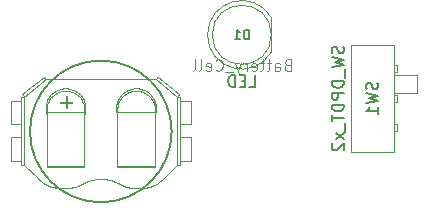
<source format=gbr>
%TF.GenerationSoftware,KiCad,Pcbnew,5.1.10*%
%TF.CreationDate,2021-09-11T11:57:41+02:00*%
%TF.ProjectId,alpaka_svg2shenzhen,616c7061-6b61-45f7-9376-67327368656e,rev?*%
%TF.SameCoordinates,Original*%
%TF.FileFunction,Other,Fab,Bot*%
%FSLAX46Y46*%
G04 Gerber Fmt 4.6, Leading zero omitted, Abs format (unit mm)*
G04 Created by KiCad (PCBNEW 5.1.10) date 2021-09-11 11:57:41*
%MOMM*%
%LPD*%
G01*
G04 APERTURE LIST*
%ADD10C,0.127000*%
%ADD11C,0.101600*%
%ADD12C,0.100000*%
%ADD13C,0.115824*%
%ADD14C,0.150000*%
%ADD15C,0.200000*%
G04 APERTURE END LIST*
D10*
%TO.C,BT1*%
X87991200Y-56642000D02*
G75*
G03*
X87991200Y-56642000I-6000000J0D01*
G01*
D11*
X75268541Y-54048819D02*
X74372782Y-54048819D01*
X74372782Y-54048819D02*
X74372782Y-56033560D01*
X74372782Y-56033560D02*
X75268541Y-56033560D01*
X89609618Y-56033560D02*
X88713850Y-56033560D01*
X88713850Y-54048819D02*
X89609618Y-54048819D01*
X89609618Y-54048819D02*
X89609618Y-56033560D01*
X74372782Y-59124840D02*
X75268541Y-59124840D01*
X74372782Y-57131318D02*
X74372782Y-59124840D01*
X75268541Y-57131318D02*
X74372782Y-57131318D01*
X88713850Y-57131318D02*
X89609618Y-57131318D01*
X89609618Y-57131318D02*
X89609618Y-59124840D01*
X89609618Y-59124840D02*
X88713850Y-59124840D01*
X83383150Y-54786510D02*
X83383150Y-54979710D01*
X83391940Y-54637219D02*
X83383150Y-54786510D01*
X83409500Y-54496700D02*
X83391940Y-54637219D01*
X83444631Y-54356191D02*
X83409500Y-54496700D01*
X83488540Y-54224460D02*
X83444631Y-54356191D01*
X83541231Y-54092732D02*
X83488540Y-54224460D01*
X83611490Y-53961000D02*
X83541231Y-54092732D01*
X83690531Y-53846832D02*
X83611490Y-53961000D01*
X83778350Y-53732660D02*
X83690531Y-53846832D01*
X83874950Y-53627282D02*
X83778350Y-53732660D01*
X83980331Y-53539460D02*
X83874950Y-53627282D01*
X84103281Y-53451641D02*
X83980331Y-53539460D01*
X84226231Y-53381382D02*
X84103281Y-53451641D01*
X84349181Y-53319910D02*
X84226231Y-53381382D01*
X84489690Y-53267219D02*
X84349181Y-53319910D01*
X84621418Y-53232091D02*
X84489690Y-53267219D01*
X84761931Y-53205741D02*
X84621418Y-53232091D01*
X84902450Y-53188182D02*
X84761931Y-53205741D01*
X85051740Y-53188182D02*
X84902450Y-53188182D01*
X85192259Y-53205741D02*
X85051740Y-53188182D01*
X85332768Y-53232091D02*
X85192259Y-53205741D01*
X85473281Y-53267219D02*
X85332768Y-53232091D01*
X85605009Y-53319910D02*
X85473281Y-53267219D01*
X85736740Y-53381382D02*
X85605009Y-53319910D01*
X85859690Y-53451641D02*
X85736740Y-53381382D01*
X85973859Y-53539460D02*
X85859690Y-53451641D01*
X86079240Y-53627282D02*
X85973859Y-53539460D01*
X86175840Y-53732660D02*
X86079240Y-53627282D01*
X86263668Y-53846832D02*
X86175840Y-53732660D01*
X86342700Y-53961000D02*
X86263668Y-53846832D01*
X86412959Y-54092732D02*
X86342700Y-53961000D01*
X86465650Y-54224460D02*
X86412959Y-54092732D01*
X86509559Y-54356191D02*
X86465650Y-54224460D01*
X86544690Y-54496700D02*
X86509559Y-54356191D01*
X86562250Y-54637219D02*
X86544690Y-54496700D01*
X86571040Y-54786510D02*
X86562250Y-54637219D01*
X86571040Y-54979710D02*
X86571040Y-54786510D01*
X78561810Y-54110291D02*
X79009691Y-54110291D01*
X79009691Y-53662410D02*
X79106300Y-53662410D01*
X79009691Y-54110291D02*
X79009691Y-53662410D01*
X78561810Y-54206900D02*
X78561810Y-54110291D01*
X79009691Y-54206900D02*
X78561810Y-54206900D01*
X79009691Y-54654782D02*
X79009691Y-54206900D01*
X79106300Y-54654782D02*
X79009691Y-54654782D01*
X79106300Y-54206900D02*
X79106300Y-54654782D01*
X79554182Y-54206900D02*
X79106300Y-54206900D01*
X79554182Y-54110291D02*
X79554182Y-54206900D01*
X79106300Y-54110291D02*
X79554182Y-54110291D01*
X79106300Y-53662410D02*
X79106300Y-54110291D01*
X77411360Y-54979710D02*
X77411360Y-54786510D01*
X80590460Y-54637219D02*
X80599250Y-54786510D01*
X80572900Y-54496700D02*
X80590460Y-54637219D01*
X80537769Y-54356191D02*
X80572900Y-54496700D01*
X80493860Y-54224460D02*
X80537769Y-54356191D01*
X80441169Y-54092732D02*
X80493860Y-54224460D01*
X80370910Y-53961000D02*
X80441169Y-54092732D01*
X80291869Y-53846832D02*
X80370910Y-53961000D01*
X80204050Y-53732660D02*
X80291869Y-53846832D01*
X80107450Y-53627282D02*
X80204050Y-53732660D01*
X79993291Y-53539460D02*
X80107450Y-53627282D01*
X79879119Y-53451641D02*
X79993291Y-53539460D01*
X79756169Y-53381382D02*
X79879119Y-53451641D01*
X79633219Y-53319910D02*
X79756169Y-53381382D01*
X79492710Y-53267219D02*
X79633219Y-53319910D01*
X79360982Y-53232091D02*
X79492710Y-53267219D01*
X79220460Y-53205741D02*
X79360982Y-53232091D01*
X79071169Y-53188182D02*
X79220460Y-53205741D01*
X78930660Y-53188182D02*
X79071169Y-53188182D01*
X78790141Y-53205741D02*
X78930660Y-53188182D01*
X78649632Y-53232091D02*
X78790141Y-53205741D01*
X78509119Y-53267219D02*
X78649632Y-53232091D01*
X78377391Y-53319910D02*
X78509119Y-53267219D01*
X78245660Y-53381382D02*
X78377391Y-53319910D01*
X78122710Y-53451641D02*
X78245660Y-53381382D01*
X78008541Y-53539460D02*
X78122710Y-53451641D01*
X77903160Y-53627282D02*
X78008541Y-53539460D01*
X77806550Y-53732660D02*
X77903160Y-53627282D01*
X77718732Y-53846832D02*
X77806550Y-53732660D01*
X77639700Y-53961000D02*
X77718732Y-53846832D01*
X77569441Y-54092732D02*
X77639700Y-53961000D01*
X77507969Y-54224460D02*
X77569441Y-54092732D01*
X77464060Y-54356191D02*
X77507969Y-54224460D01*
X77437710Y-54496700D02*
X77464060Y-54356191D01*
X77420141Y-54637219D02*
X77437710Y-54496700D01*
X77411360Y-54786510D02*
X77420141Y-54637219D01*
X80599250Y-54786510D02*
X80599250Y-54979710D01*
X83383150Y-55260741D02*
X83383150Y-54979710D01*
X86571040Y-54979710D02*
X86571040Y-55260741D01*
X83383150Y-54979710D02*
X86571040Y-54979710D01*
X77411360Y-54979710D02*
X77411360Y-55260741D01*
X80599250Y-54979710D02*
X77411360Y-54979710D01*
X80599250Y-55260741D02*
X80599250Y-54979710D01*
X77411360Y-59555159D02*
X80599250Y-59555159D01*
X86571040Y-59555159D02*
X83383150Y-59555159D01*
X75514441Y-59476118D02*
X75268541Y-59476118D01*
X75514441Y-53697541D02*
X75268541Y-53697541D01*
X75268541Y-54048819D02*
X75268541Y-53697541D01*
X75268541Y-56033560D02*
X75268541Y-54048819D01*
X75268541Y-57131318D02*
X75268541Y-56033560D01*
X75268541Y-59124840D02*
X75268541Y-57131318D01*
X75268541Y-59476118D02*
X75268541Y-59124840D01*
X88459181Y-59476118D02*
X88713850Y-59476118D01*
X88459181Y-53697541D02*
X88713850Y-53697541D01*
X88713850Y-54048819D02*
X88713850Y-53697541D01*
X88713850Y-56033560D02*
X88713850Y-54048819D01*
X88713850Y-57131318D02*
X88713850Y-56033560D01*
X88713850Y-59124840D02*
X88713850Y-57131318D01*
X88713850Y-59476118D02*
X88713850Y-59124840D01*
X77156682Y-52020169D02*
X77147900Y-52011382D01*
X77165469Y-52028950D02*
X77156682Y-52020169D01*
X77174250Y-52046510D02*
X77165469Y-52028950D01*
X77200591Y-52064082D02*
X77174250Y-52046510D01*
X77218160Y-52099200D02*
X77200591Y-52064082D01*
X77253291Y-52134332D02*
X77218160Y-52099200D01*
X77279632Y-52169460D02*
X77253291Y-52134332D01*
X77314760Y-52204591D02*
X77279632Y-52169460D01*
X75365150Y-53513110D02*
X75356369Y-53504332D01*
X75373932Y-53521891D02*
X75365150Y-53513110D01*
X75382710Y-53539460D02*
X75373932Y-53521891D01*
X75409060Y-53557019D02*
X75382710Y-53539460D01*
X75426619Y-53592150D02*
X75409060Y-53557019D01*
X75461750Y-53627282D02*
X75426619Y-53592150D01*
X75488100Y-53662410D02*
X75461750Y-53627282D01*
X75523219Y-53697541D02*
X75488100Y-53662410D01*
X75356369Y-53504332D02*
X77147900Y-52011382D01*
X88617250Y-53513110D02*
X88626031Y-53504332D01*
X88608468Y-53521891D02*
X88617250Y-53513110D01*
X88590909Y-53539460D02*
X88608468Y-53521891D01*
X88573340Y-53557019D02*
X88590909Y-53539460D01*
X88547000Y-53592150D02*
X88573340Y-53557019D01*
X88520650Y-53627282D02*
X88547000Y-53592150D01*
X88494300Y-53662410D02*
X88520650Y-53627282D01*
X88459181Y-53697541D02*
X88494300Y-53662410D01*
X86825718Y-52020169D02*
X86834500Y-52011382D01*
X86816931Y-52028950D02*
X86825718Y-52020169D01*
X86799368Y-52046510D02*
X86816931Y-52028950D01*
X86781809Y-52064082D02*
X86799368Y-52046510D01*
X86755459Y-52099200D02*
X86781809Y-52064082D01*
X86729109Y-52134332D02*
X86755459Y-52099200D01*
X86702768Y-52169460D02*
X86729109Y-52134332D01*
X86667640Y-52204591D02*
X86702768Y-52169460D01*
X88626031Y-53504332D02*
X86834500Y-52011382D01*
X76796619Y-60731950D02*
X76656110Y-60600218D01*
X76954700Y-60854900D02*
X76796619Y-60731950D01*
X77112769Y-60969068D02*
X76954700Y-60854900D01*
X77270850Y-61065668D02*
X77112769Y-60969068D01*
X77446491Y-61162281D02*
X77270850Y-61065668D01*
X77622132Y-61241309D02*
X77446491Y-61162281D01*
X77806550Y-61311568D02*
X77622132Y-61241309D01*
X77990982Y-61364259D02*
X77806550Y-61311568D01*
X78184182Y-61408168D02*
X77990982Y-61364259D01*
X78368610Y-61434518D02*
X78184182Y-61408168D01*
X78561810Y-61460859D02*
X78368610Y-61434518D01*
X79106300Y-61460859D02*
X78561810Y-61460859D01*
X76656110Y-60600218D02*
X75514441Y-59476118D01*
X75514441Y-59476118D02*
X75514441Y-53697541D01*
X75514441Y-53697541D02*
X75523219Y-53697541D01*
X75523219Y-53697541D02*
X77314760Y-52204591D01*
X77314760Y-52204591D02*
X86667640Y-52204591D01*
X86667640Y-52204591D02*
X88459181Y-53697541D01*
X88459181Y-53697541D02*
X88459181Y-59476118D01*
X88459181Y-59476118D02*
X87326290Y-60600218D01*
X85613790Y-61434518D02*
X85420590Y-61460859D01*
X85798218Y-61408168D02*
X85613790Y-61434518D01*
X85991418Y-61364259D02*
X85798218Y-61408168D01*
X86175840Y-61311568D02*
X85991418Y-61364259D01*
X86360268Y-61241309D02*
X86175840Y-61311568D01*
X86535909Y-61162281D02*
X86360268Y-61241309D01*
X86711550Y-61065668D02*
X86535909Y-61162281D01*
X86869631Y-60969068D02*
X86711550Y-61065668D01*
X87027700Y-60854900D02*
X86869631Y-60969068D01*
X87185781Y-60731950D02*
X87027700Y-60854900D01*
X87326290Y-60600218D02*
X87185781Y-60731950D01*
X83787131Y-61171059D02*
X83611490Y-61092018D01*
X83953990Y-61250090D02*
X83787131Y-61171059D01*
X84138409Y-61311568D02*
X83953990Y-61250090D01*
X84314050Y-61364259D02*
X84138409Y-61311568D01*
X84498468Y-61408168D02*
X84314050Y-61364259D01*
X84691681Y-61443300D02*
X84498468Y-61408168D01*
X84876100Y-61460859D02*
X84691681Y-61443300D01*
X85420590Y-61460859D02*
X84876100Y-61460859D01*
X80555341Y-60995418D02*
X80370910Y-61092018D01*
X80748541Y-60907600D02*
X80555341Y-60995418D01*
X80950532Y-60837340D02*
X80748541Y-60907600D01*
X81152510Y-60775868D02*
X80950532Y-60837340D01*
X81354500Y-60731950D02*
X81152510Y-60775868D01*
X81565269Y-60696831D02*
X81354500Y-60731950D01*
X81776041Y-60670481D02*
X81565269Y-60696831D01*
X82206359Y-60670481D02*
X81776041Y-60670481D01*
X82417131Y-60696831D02*
X82206359Y-60670481D01*
X82619118Y-60731950D02*
X82417131Y-60696831D01*
X82829890Y-60775868D02*
X82619118Y-60731950D01*
X83031868Y-60837340D02*
X82829890Y-60775868D01*
X83233859Y-60907600D02*
X83031868Y-60837340D01*
X83427059Y-60995418D02*
X83233859Y-60907600D01*
X83611490Y-61092018D02*
X83427059Y-60995418D01*
X79290719Y-61443300D02*
X79106300Y-61460859D01*
X79483932Y-61408168D02*
X79290719Y-61443300D01*
X79668350Y-61364259D02*
X79483932Y-61408168D01*
X79843991Y-61311568D02*
X79668350Y-61364259D01*
X80028410Y-61250090D02*
X79843991Y-61311568D01*
X80195269Y-61171059D02*
X80028410Y-61250090D01*
X80370910Y-61092018D02*
X80195269Y-61171059D01*
X80643160Y-55120232D02*
X80599250Y-55260741D01*
X80669500Y-54979710D02*
X80643160Y-55120232D01*
X80687069Y-54830419D02*
X80669500Y-54979710D01*
X80695850Y-54689910D02*
X80687069Y-54830419D01*
X80687069Y-54540610D02*
X80695850Y-54689910D01*
X80669500Y-54391319D02*
X80687069Y-54540610D01*
X80634369Y-54250800D02*
X80669500Y-54391319D01*
X80590460Y-54110291D02*
X80634369Y-54250800D01*
X80537769Y-53969782D02*
X80590460Y-54110291D01*
X80467510Y-53846832D02*
X80537769Y-53969782D01*
X80388482Y-53715100D02*
X80467510Y-53846832D01*
X80300660Y-53600932D02*
X80388482Y-53715100D01*
X80195269Y-53495550D02*
X80300660Y-53600932D01*
X80089891Y-53390169D02*
X80195269Y-53495550D01*
X79975719Y-53302341D02*
X80089891Y-53390169D01*
X79843991Y-53223310D02*
X79975719Y-53302341D01*
X79721041Y-53161832D02*
X79843991Y-53223310D01*
X79580532Y-53100360D02*
X79721041Y-53161832D01*
X79440019Y-53056450D02*
X79580532Y-53100360D01*
X79299500Y-53021319D02*
X79440019Y-53056450D01*
X79150210Y-53003760D02*
X79299500Y-53021319D01*
X78860400Y-53003760D02*
X79150210Y-53003760D01*
X78711110Y-53021319D02*
X78860400Y-53003760D01*
X78570591Y-53056450D02*
X78711110Y-53021319D01*
X78430082Y-53100360D02*
X78570591Y-53056450D01*
X78289569Y-53161832D02*
X78430082Y-53100360D01*
X78157841Y-53223310D02*
X78289569Y-53161832D01*
X78034891Y-53302341D02*
X78157841Y-53223310D01*
X77920719Y-53390169D02*
X78034891Y-53302341D01*
X77806550Y-53495550D02*
X77920719Y-53390169D01*
X77709950Y-53600932D02*
X77806550Y-53495550D01*
X77622132Y-53715100D02*
X77709950Y-53600932D01*
X77543091Y-53846832D02*
X77622132Y-53715100D01*
X77472841Y-53969782D02*
X77543091Y-53846832D01*
X77411360Y-54110291D02*
X77472841Y-53969782D01*
X77367450Y-54250800D02*
X77411360Y-54110291D01*
X77341110Y-54391319D02*
X77367450Y-54250800D01*
X77314760Y-54540610D02*
X77341110Y-54391319D01*
X77314760Y-54830419D02*
X77314760Y-54540610D01*
X77332319Y-54979710D02*
X77314760Y-54830419D01*
X77367450Y-55120232D02*
X77332319Y-54979710D01*
X77411360Y-55260741D02*
X77367450Y-55120232D01*
X77411360Y-59555159D02*
X77411360Y-55260741D01*
X77411360Y-59669331D02*
X77411360Y-59555159D01*
X80599250Y-59669331D02*
X77411360Y-59669331D01*
X80599250Y-59555159D02*
X80599250Y-59669331D01*
X80599250Y-55260741D02*
X80599250Y-59555159D01*
X86571040Y-59555159D02*
X86571040Y-55260741D01*
X86571040Y-59669331D02*
X86571040Y-59555159D01*
X83339240Y-55120232D02*
X83383150Y-55260741D01*
X83312900Y-54979710D02*
X83339240Y-55120232D01*
X83295331Y-54830419D02*
X83312900Y-54979710D01*
X83286550Y-54689910D02*
X83295331Y-54830419D01*
X83295331Y-54540610D02*
X83286550Y-54689910D01*
X83312900Y-54391319D02*
X83295331Y-54540610D01*
X83348031Y-54250800D02*
X83312900Y-54391319D01*
X83391940Y-54110291D02*
X83348031Y-54250800D01*
X83444631Y-53969782D02*
X83391940Y-54110291D01*
X83514890Y-53846832D02*
X83444631Y-53969782D01*
X83593918Y-53715100D02*
X83514890Y-53846832D01*
X83681740Y-53600932D02*
X83593918Y-53715100D01*
X83787131Y-53495550D02*
X83681740Y-53600932D01*
X83892509Y-53390169D02*
X83787131Y-53495550D01*
X84006681Y-53302341D02*
X83892509Y-53390169D01*
X84129631Y-53223310D02*
X84006681Y-53302341D01*
X84261359Y-53161832D02*
X84129631Y-53223310D01*
X84401868Y-53100360D02*
X84261359Y-53161832D01*
X84542381Y-53056450D02*
X84401868Y-53100360D01*
X84682900Y-53021319D02*
X84542381Y-53056450D01*
X84832190Y-53003760D02*
X84682900Y-53021319D01*
X85122000Y-53003760D02*
X84832190Y-53003760D01*
X85271290Y-53021319D02*
X85122000Y-53003760D01*
X85411809Y-53056450D02*
X85271290Y-53021319D01*
X85552318Y-53100360D02*
X85411809Y-53056450D01*
X85692831Y-53161832D02*
X85552318Y-53100360D01*
X85824559Y-53223310D02*
X85692831Y-53161832D01*
X85947509Y-53302341D02*
X85824559Y-53223310D01*
X86061681Y-53390169D02*
X85947509Y-53302341D01*
X86175840Y-53495550D02*
X86061681Y-53390169D01*
X86272450Y-53600932D02*
X86175840Y-53495550D01*
X86360268Y-53715100D02*
X86272450Y-53600932D01*
X86439309Y-53846832D02*
X86360268Y-53715100D01*
X86509559Y-53969782D02*
X86439309Y-53846832D01*
X86571040Y-54110291D02*
X86509559Y-53969782D01*
X86614950Y-54250800D02*
X86571040Y-54110291D01*
X86641290Y-54391319D02*
X86614950Y-54250800D01*
X86667640Y-54540610D02*
X86641290Y-54391319D01*
X86667640Y-54830419D02*
X86667640Y-54540610D01*
X86650068Y-54979710D02*
X86667640Y-54830419D01*
X86614950Y-55120232D02*
X86650068Y-54979710D01*
X86571040Y-55260741D02*
X86614950Y-55120232D01*
X83383150Y-59555159D02*
X83383150Y-59669331D01*
X83383150Y-55260741D02*
X83383150Y-59555159D01*
X83383150Y-59669331D02*
X86571040Y-59669331D01*
D12*
%TO.C,D1*%
X96429200Y-46993506D02*
X96429200Y-49932894D01*
X96429200Y-48463200D02*
G75*
G03*
X96429200Y-48463200I-2500000J0D01*
G01*
X96429216Y-49932866D02*
G75*
G02*
X96429200Y-46993506I-2500016J1469666D01*
G01*
%TO.C,SW1*%
X106803600Y-51848000D02*
X106803600Y-51848000D01*
X108803600Y-51848000D02*
X106803600Y-51848000D01*
X108803600Y-53348000D02*
X108803600Y-51848000D01*
X106803600Y-53348000D02*
X108803600Y-53348000D01*
X106803600Y-56648000D02*
X106803600Y-56648000D01*
X107103600Y-56648000D02*
X106803600Y-56648000D01*
X107103600Y-56048000D02*
X107103600Y-56648000D01*
X106803600Y-56048000D02*
X107103600Y-56048000D01*
X106803600Y-51048000D02*
X106803600Y-51048000D01*
X107103600Y-51048000D02*
X106803600Y-51048000D01*
X107103600Y-51648000D02*
X107103600Y-51048000D01*
X106803600Y-51648000D02*
X107103600Y-51648000D01*
X106803600Y-53548000D02*
X106803600Y-53548000D01*
X107103600Y-53548000D02*
X106803600Y-53548000D01*
X107103600Y-54148000D02*
X107103600Y-53548000D01*
X106803600Y-54148000D02*
X107103600Y-54148000D01*
X106803600Y-52348000D02*
X106803600Y-52348000D01*
X106803600Y-49348000D02*
X106803600Y-49348000D01*
X103203600Y-49348000D02*
X106803600Y-49348000D01*
X106803600Y-49348000D02*
X106803600Y-49348000D01*
X106803600Y-49448000D02*
X106803600Y-49348000D01*
X106803600Y-58348000D02*
X106803600Y-49448000D01*
X103203600Y-58348000D02*
X106803600Y-58348000D01*
X103203600Y-49348000D02*
X103203600Y-58348000D01*
%TD*%
%TO.C,BT1*%
D13*
X97775780Y-51010457D02*
X97637895Y-51056419D01*
X97591933Y-51102380D01*
X97545971Y-51194304D01*
X97545971Y-51332190D01*
X97591933Y-51424114D01*
X97637895Y-51470076D01*
X97729818Y-51516038D01*
X98097514Y-51516038D01*
X98097514Y-50550838D01*
X97775780Y-50550838D01*
X97683857Y-50596800D01*
X97637895Y-50642761D01*
X97591933Y-50734685D01*
X97591933Y-50826609D01*
X97637895Y-50918533D01*
X97683857Y-50964495D01*
X97775780Y-51010457D01*
X98097514Y-51010457D01*
X96718657Y-51516038D02*
X96718657Y-51010457D01*
X96764618Y-50918533D01*
X96856542Y-50872571D01*
X97040390Y-50872571D01*
X97132314Y-50918533D01*
X96718657Y-51470076D02*
X96810580Y-51516038D01*
X97040390Y-51516038D01*
X97132314Y-51470076D01*
X97178276Y-51378152D01*
X97178276Y-51286228D01*
X97132314Y-51194304D01*
X97040390Y-51148342D01*
X96810580Y-51148342D01*
X96718657Y-51102380D01*
X96396923Y-50872571D02*
X96029228Y-50872571D01*
X96259037Y-50550838D02*
X96259037Y-51378152D01*
X96213076Y-51470076D01*
X96121152Y-51516038D01*
X96029228Y-51516038D01*
X95845380Y-50872571D02*
X95477685Y-50872571D01*
X95707495Y-50550838D02*
X95707495Y-51378152D01*
X95661533Y-51470076D01*
X95569609Y-51516038D01*
X95477685Y-51516038D01*
X94788257Y-51470076D02*
X94880180Y-51516038D01*
X95064028Y-51516038D01*
X95155952Y-51470076D01*
X95201914Y-51378152D01*
X95201914Y-51010457D01*
X95155952Y-50918533D01*
X95064028Y-50872571D01*
X94880180Y-50872571D01*
X94788257Y-50918533D01*
X94742295Y-51010457D01*
X94742295Y-51102380D01*
X95201914Y-51194304D01*
X94328637Y-51516038D02*
X94328637Y-50872571D01*
X94328637Y-51056419D02*
X94282676Y-50964495D01*
X94236714Y-50918533D01*
X94144790Y-50872571D01*
X94052866Y-50872571D01*
X93823057Y-50872571D02*
X93593247Y-51516038D01*
X93363437Y-50872571D02*
X93593247Y-51516038D01*
X93685171Y-51745847D01*
X93731133Y-51791809D01*
X93823057Y-51837771D01*
X93225552Y-51607961D02*
X92490161Y-51607961D01*
X91708809Y-51424114D02*
X91754771Y-51470076D01*
X91892657Y-51516038D01*
X91984580Y-51516038D01*
X92122466Y-51470076D01*
X92214390Y-51378152D01*
X92260352Y-51286228D01*
X92306314Y-51102380D01*
X92306314Y-50964495D01*
X92260352Y-50780647D01*
X92214390Y-50688723D01*
X92122466Y-50596800D01*
X91984580Y-50550838D01*
X91892657Y-50550838D01*
X91754771Y-50596800D01*
X91708809Y-50642761D01*
X90927457Y-51470076D02*
X91019380Y-51516038D01*
X91203228Y-51516038D01*
X91295152Y-51470076D01*
X91341114Y-51378152D01*
X91341114Y-51010457D01*
X91295152Y-50918533D01*
X91203228Y-50872571D01*
X91019380Y-50872571D01*
X90927457Y-50918533D01*
X90881495Y-51010457D01*
X90881495Y-51102380D01*
X91341114Y-51194304D01*
X90329952Y-51516038D02*
X90421876Y-51470076D01*
X90467837Y-51378152D01*
X90467837Y-50550838D01*
X89824371Y-51516038D02*
X89916295Y-51470076D01*
X89962257Y-51378152D01*
X89962257Y-50550838D01*
%TO.C,D1*%
D14*
X94572057Y-52875580D02*
X95048247Y-52875580D01*
X95048247Y-51875580D01*
X94238723Y-52351771D02*
X93905390Y-52351771D01*
X93762533Y-52875580D02*
X94238723Y-52875580D01*
X94238723Y-51875580D01*
X93762533Y-51875580D01*
X93333961Y-52875580D02*
X93333961Y-51875580D01*
X93095866Y-51875580D01*
X92953009Y-51923200D01*
X92857771Y-52018438D01*
X92810152Y-52113676D01*
X92762533Y-52304152D01*
X92762533Y-52447009D01*
X92810152Y-52637485D01*
X92857771Y-52732723D01*
X92953009Y-52827961D01*
X93095866Y-52875580D01*
X93333961Y-52875580D01*
D15*
X94539676Y-48825104D02*
X94539676Y-48025104D01*
X94349200Y-48025104D01*
X94234914Y-48063200D01*
X94158723Y-48139390D01*
X94120628Y-48215580D01*
X94082533Y-48367961D01*
X94082533Y-48482247D01*
X94120628Y-48634628D01*
X94158723Y-48710819D01*
X94234914Y-48787009D01*
X94349200Y-48825104D01*
X94539676Y-48825104D01*
X93320628Y-48825104D02*
X93777771Y-48825104D01*
X93549200Y-48825104D02*
X93549200Y-48025104D01*
X93625390Y-48139390D01*
X93701580Y-48215580D01*
X93777771Y-48253676D01*
%TO.C,SW1*%
D14*
X102508361Y-49467047D02*
X102555980Y-49609904D01*
X102555980Y-49848000D01*
X102508361Y-49943238D01*
X102460742Y-49990857D01*
X102365504Y-50038476D01*
X102270266Y-50038476D01*
X102175028Y-49990857D01*
X102127409Y-49943238D01*
X102079790Y-49848000D01*
X102032171Y-49657523D01*
X101984552Y-49562285D01*
X101936933Y-49514666D01*
X101841695Y-49467047D01*
X101746457Y-49467047D01*
X101651219Y-49514666D01*
X101603600Y-49562285D01*
X101555980Y-49657523D01*
X101555980Y-49895619D01*
X101603600Y-50038476D01*
X101555980Y-50371809D02*
X102555980Y-50609904D01*
X101841695Y-50800380D01*
X102555980Y-50990857D01*
X101555980Y-51228952D01*
X102651219Y-51371809D02*
X102651219Y-52133714D01*
X102555980Y-52371809D02*
X101555980Y-52371809D01*
X101555980Y-52609904D01*
X101603600Y-52752761D01*
X101698838Y-52848000D01*
X101794076Y-52895619D01*
X101984552Y-52943238D01*
X102127409Y-52943238D01*
X102317885Y-52895619D01*
X102413123Y-52848000D01*
X102508361Y-52752761D01*
X102555980Y-52609904D01*
X102555980Y-52371809D01*
X102555980Y-53371809D02*
X101555980Y-53371809D01*
X101555980Y-53752761D01*
X101603600Y-53848000D01*
X101651219Y-53895619D01*
X101746457Y-53943238D01*
X101889314Y-53943238D01*
X101984552Y-53895619D01*
X102032171Y-53848000D01*
X102079790Y-53752761D01*
X102079790Y-53371809D01*
X102555980Y-54371809D02*
X101555980Y-54371809D01*
X101555980Y-54609904D01*
X101603600Y-54752761D01*
X101698838Y-54848000D01*
X101794076Y-54895619D01*
X101984552Y-54943238D01*
X102127409Y-54943238D01*
X102317885Y-54895619D01*
X102413123Y-54848000D01*
X102508361Y-54752761D01*
X102555980Y-54609904D01*
X102555980Y-54371809D01*
X101555980Y-55228952D02*
X101555980Y-55800380D01*
X102555980Y-55514666D02*
X101555980Y-55514666D01*
X102651219Y-55895619D02*
X102651219Y-56657523D01*
X102555980Y-56800380D02*
X101889314Y-57324190D01*
X101889314Y-56800380D02*
X102555980Y-57324190D01*
X101651219Y-57657523D02*
X101603600Y-57705142D01*
X101555980Y-57800380D01*
X101555980Y-58038476D01*
X101603600Y-58133714D01*
X101651219Y-58181333D01*
X101746457Y-58228952D01*
X101841695Y-58228952D01*
X101984552Y-58181333D01*
X102555980Y-57609904D01*
X102555980Y-58228952D01*
X105408361Y-52514666D02*
X105455980Y-52657523D01*
X105455980Y-52895619D01*
X105408361Y-52990857D01*
X105360742Y-53038476D01*
X105265504Y-53086095D01*
X105170266Y-53086095D01*
X105075028Y-53038476D01*
X105027409Y-52990857D01*
X104979790Y-52895619D01*
X104932171Y-52705142D01*
X104884552Y-52609904D01*
X104836933Y-52562285D01*
X104741695Y-52514666D01*
X104646457Y-52514666D01*
X104551219Y-52562285D01*
X104503600Y-52609904D01*
X104455980Y-52705142D01*
X104455980Y-52943238D01*
X104503600Y-53086095D01*
X104455980Y-53419428D02*
X105455980Y-53657523D01*
X104741695Y-53848000D01*
X105455980Y-54038476D01*
X104455980Y-54276571D01*
X105455980Y-55181333D02*
X105455980Y-54609904D01*
X105455980Y-54895619D02*
X104455980Y-54895619D01*
X104598838Y-54800380D01*
X104694076Y-54705142D01*
X104741695Y-54609904D01*
%TD*%
M02*

</source>
